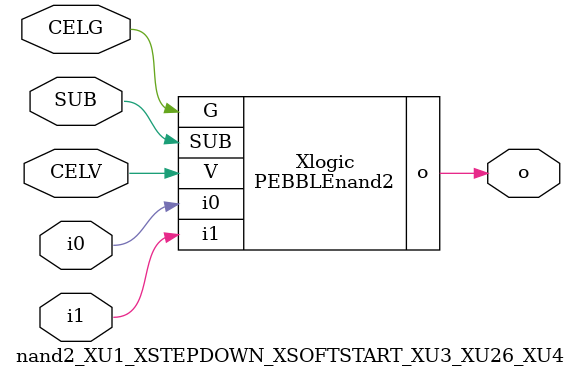
<source format=v>



module PEBBLEnand2 ( o, G, SUB, V, i0, i1 );

  input i0;
  input V;
  input i1;
  input G;
  output o;
  input SUB;
endmodule

//Celera Confidential Do Not Copy nand2_XU1_XSTEPDOWN_XSOFTSTART_XU3_XU26_XU4
//Celera Confidential Symbol Generator
//5V NAND2
module nand2_XU1_XSTEPDOWN_XSOFTSTART_XU3_XU26_XU4 (CELV,CELG,i0,i1,o,SUB);
input CELV;
input CELG;
input i0;
input i1;
input SUB;
output o;

//Celera Confidential Do Not Copy nand2
PEBBLEnand2 Xlogic(
.V (CELV),
.i0 (i0),
.i1 (i1),
.o (o),
.SUB (SUB),
.G (CELG)
);
//,diesize,PEBBLEnand2

//Celera Confidential Do Not Copy Module End
//Celera Schematic Generator
endmodule

</source>
